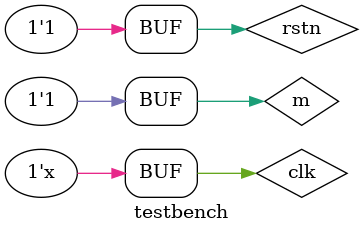
<source format=v>

`timescale 1ns / 1ps

module testbench();
    reg rstn, clk;
    reg m, l, ri, u, d;
    initial begin
        rstn = 1'b1;
        clk = 1'b0;
        m = 1'b1;
        #10 rstn = 1'b0;
        #20 rstn = 1'b1;
    end

    wire [3:0] r, g, b;
    wire h ,v;

    always #5 clk = ~clk;

    Computer single_cycle0(
        .I_rst_n(rstn),
        .I_clk(clk),
        .O_r(r),
        .O_g(g),
        .O_b(b),
        .O_hsync(h),
        .O_vsync(v),
        .I_mid_btn(m),
        .I_left_btn(l),
        .I_right_btn(ri),
        .I_up_btn(u),
        .I_down_btn(d)
    );
endmodule

</source>
